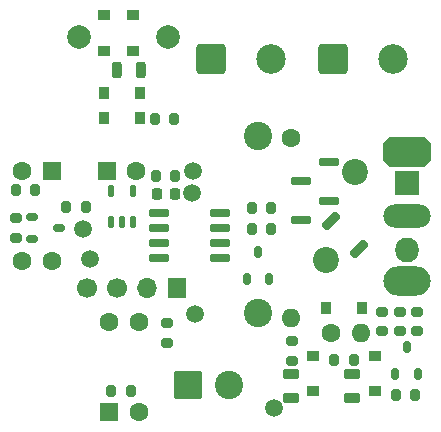
<source format=gbr>
%TF.GenerationSoftware,KiCad,Pcbnew,9.0.2-9.0.2-0~ubuntu24.04.1*%
%TF.CreationDate,2025-05-26T21:32:44+03:00*%
%TF.ProjectId,PCutSpeedCTRL,50437574-5370-4656-9564-4354524c2e6b,V01*%
%TF.SameCoordinates,PX5f5e100PY5f5e100*%
%TF.FileFunction,Soldermask,Bot*%
%TF.FilePolarity,Negative*%
%FSLAX46Y46*%
G04 Gerber Fmt 4.6, Leading zero omitted, Abs format (unit mm)*
G04 Created by KiCad (PCBNEW 9.0.2-9.0.2-0~ubuntu24.04.1) date 2025-05-26 21:32:44*
%MOMM*%
%LPD*%
G01*
G04 APERTURE LIST*
G04 Aperture macros list*
%AMRoundRect*
0 Rectangle with rounded corners*
0 $1 Rounding radius*
0 $2 $3 $4 $5 $6 $7 $8 $9 X,Y pos of 4 corners*
0 Add a 4 corners polygon primitive as box body*
4,1,4,$2,$3,$4,$5,$6,$7,$8,$9,$2,$3,0*
0 Add four circle primitives for the rounded corners*
1,1,$1+$1,$2,$3*
1,1,$1+$1,$4,$5*
1,1,$1+$1,$6,$7*
1,1,$1+$1,$8,$9*
0 Add four rect primitives between the rounded corners*
20,1,$1+$1,$2,$3,$4,$5,0*
20,1,$1+$1,$4,$5,$6,$7,0*
20,1,$1+$1,$6,$7,$8,$9,0*
20,1,$1+$1,$8,$9,$2,$3,0*%
%AMOutline5P*
0 Free polygon, 5 corners , with rotation*
0 The origin of the aperture is its center*
0 number of corners: always 5*
0 $1 to $10 corner X, Y*
0 $11 Rotation angle, in degrees counterclockwise*
0 create outline with 5 corners*
4,1,5,$1,$2,$3,$4,$5,$6,$7,$8,$9,$10,$1,$2,$11*%
%AMOutline6P*
0 Free polygon, 6 corners , with rotation*
0 The origin of the aperture is its center*
0 number of corners: always 6*
0 $1 to $12 corner X, Y*
0 $13 Rotation angle, in degrees counterclockwise*
0 create outline with 6 corners*
4,1,6,$1,$2,$3,$4,$5,$6,$7,$8,$9,$10,$11,$12,$1,$2,$13*%
%AMOutline7P*
0 Free polygon, 7 corners , with rotation*
0 The origin of the aperture is its center*
0 number of corners: always 7*
0 $1 to $14 corner X, Y*
0 $15 Rotation angle, in degrees counterclockwise*
0 create outline with 7 corners*
4,1,7,$1,$2,$3,$4,$5,$6,$7,$8,$9,$10,$11,$12,$13,$14,$1,$2,$15*%
%AMOutline8P*
0 Free polygon, 8 corners , with rotation*
0 The origin of the aperture is its center*
0 number of corners: always 8*
0 $1 to $16 corner X, Y*
0 $17 Rotation angle, in degrees counterclockwise*
0 create outline with 8 corners*
4,1,8,$1,$2,$3,$4,$5,$6,$7,$8,$9,$10,$11,$12,$13,$14,$15,$16,$1,$2,$17*%
G04 Aperture macros list end*
%ADD10RoundRect,0.250000X-0.550000X0.550000X-0.550000X-0.550000X0.550000X-0.550000X0.550000X0.550000X0*%
%ADD11C,1.600000*%
%ADD12Outline8P,-1.250000X1.500000X-0.750000X2.000000X0.750000X2.000000X1.250000X1.500000X1.250000X-1.500000X0.750000X-2.000000X-0.750000X-2.000000X-1.250000X-1.500000X270.000000*%
%ADD13R,2.000000X2.100000*%
%ADD14O,4.000000X2.000000*%
%ADD15O,2.000000X2.100000*%
%ADD16O,4.000000X2.500000*%
%ADD17C,2.200000*%
%ADD18R,1.600000X1.700000*%
%ADD19O,1.700000X1.700000*%
%ADD20C,1.700000*%
%ADD21RoundRect,0.250000X0.550000X-0.550000X0.550000X0.550000X-0.550000X0.550000X-0.550000X-0.550000X0*%
%ADD22RoundRect,0.250001X-0.949999X-0.949999X0.949999X-0.949999X0.949999X0.949999X-0.949999X0.949999X0*%
%ADD23C,2.400000*%
%ADD24RoundRect,0.250000X-1.000000X-1.000000X1.000000X-1.000000X1.000000X1.000000X-1.000000X1.000000X0*%
%ADD25C,2.500000*%
%ADD26O,1.600000X1.600000*%
%ADD27R,1.600000X1.600000*%
%ADD28C,2.000000*%
%ADD29RoundRect,0.204545X-0.245455X-0.345455X0.245455X-0.345455X0.245455X0.345455X-0.245455X0.345455X0*%
%ADD30RoundRect,0.225000X0.225000X0.250000X-0.225000X0.250000X-0.225000X-0.250000X0.225000X-0.250000X0*%
%ADD31RoundRect,0.200000X0.200000X0.275000X-0.200000X0.275000X-0.200000X-0.275000X0.200000X-0.275000X0*%
%ADD32RoundRect,0.204545X0.345455X-0.245455X0.345455X0.245455X-0.345455X0.245455X-0.345455X-0.245455X0*%
%ADD33RoundRect,0.166667X-0.648181X-0.353553X-0.353553X-0.648181X0.648181X0.353553X0.353553X0.648181X0*%
%ADD34RoundRect,0.200000X-0.200000X-0.275000X0.200000X-0.275000X0.200000X0.275000X-0.200000X0.275000X0*%
%ADD35RoundRect,0.204545X-0.345455X0.245455X-0.345455X-0.245455X0.345455X-0.245455X0.345455X0.245455X0*%
%ADD36RoundRect,0.195122X0.204878X0.504878X-0.204878X0.504878X-0.204878X-0.504878X0.204878X-0.504878X0*%
%ADD37RoundRect,0.200000X0.275000X-0.200000X0.275000X0.200000X-0.275000X0.200000X-0.275000X-0.200000X0*%
%ADD38RoundRect,0.200000X-0.275000X0.200000X-0.275000X-0.200000X0.275000X-0.200000X0.275000X0.200000X0*%
%ADD39RoundRect,0.200000X-0.500000X0.200000X-0.500000X-0.200000X0.500000X-0.200000X0.500000X0.200000X0*%
%ADD40RoundRect,0.166667X-0.708333X0.208333X-0.708333X-0.208333X0.708333X-0.208333X0.708333X0.208333X0*%
%ADD41RoundRect,0.137500X-0.137500X0.362500X-0.137500X-0.362500X0.137500X-0.362500X0.137500X0.362500X0*%
%ADD42RoundRect,0.150000X-0.150000X0.350000X-0.150000X-0.350000X0.150000X-0.350000X0.150000X0.350000X0*%
%ADD43RoundRect,0.150000X0.725000X0.150000X-0.725000X0.150000X-0.725000X-0.150000X0.725000X-0.150000X0*%
%ADD44RoundRect,0.204545X0.245455X0.345455X-0.245455X0.345455X-0.245455X-0.345455X0.245455X-0.345455X0*%
%ADD45RoundRect,0.200000X0.500000X-0.200000X0.500000X0.200000X-0.500000X0.200000X-0.500000X-0.200000X0*%
%ADD46RoundRect,0.150000X0.350000X0.150000X-0.350000X0.150000X-0.350000X-0.150000X0.350000X-0.150000X0*%
%ADD47C,1.500000*%
G04 APERTURE END LIST*
D10*
%TO.C,U1*%
X-17460000Y3800000D03*
D11*
X-20000000Y3800000D03*
X-20000000Y-3820000D03*
X-17460000Y-3820000D03*
%TD*%
D12*
%TO.C,Q1*%
X12600000Y5450000D03*
D13*
X12600000Y2840000D03*
D14*
X12600000Y0D03*
D15*
X12600000Y-2840000D03*
D16*
X12600000Y-5450000D03*
%TD*%
D17*
%TO.C,RV1*%
X5800000Y-3750000D03*
X8200000Y3750000D03*
%TD*%
D18*
%TO.C,J3*%
X-6860000Y-6100000D03*
D19*
X-9400000Y-6100000D03*
D20*
X-11940000Y-6100000D03*
X-14480000Y-6100000D03*
%TD*%
D21*
%TO.C,U2*%
X-12600000Y-16600000D03*
D11*
X-10060000Y-16600000D03*
X-10060000Y-8980000D03*
X-12600000Y-8980000D03*
%TD*%
D22*
%TO.C,J4*%
X-5900000Y-14300000D03*
D23*
X-2400000Y-14300000D03*
%TD*%
D24*
%TO.C,J1*%
X-4000000Y13332500D03*
D25*
X1080000Y13332500D03*
%TD*%
D11*
%TO.C,R1*%
X2800000Y6600000D03*
D26*
X2800000Y-8640000D03*
%TD*%
D23*
%TO.C,C3*%
X0Y6800000D03*
X0Y-8200000D03*
%TD*%
D27*
%TO.C,C2*%
X-12800000Y3800000D03*
D11*
X-10300000Y3800000D03*
%TD*%
%TO.C,R2*%
X6200000Y-9900000D03*
D26*
X8740000Y-9900000D03*
%TD*%
D24*
%TO.C,J2*%
X6400000Y13332500D03*
D25*
X11480000Y13332500D03*
%TD*%
D28*
%TO.C,C1*%
X-7600000Y15200000D03*
X-15100000Y15200000D03*
%TD*%
D29*
%TO.C,D7*%
X-10000000Y10400000D03*
X-13000000Y10400000D03*
%TD*%
D30*
%TO.C,C6*%
X-8575000Y1900000D03*
X-7025000Y1900000D03*
%TD*%
D31*
%TO.C,C9*%
X-16225000Y800000D03*
X-14575000Y800000D03*
%TD*%
D32*
%TO.C,D2*%
X-13046990Y17000000D03*
X-13046990Y14000000D03*
%TD*%
D33*
%TO.C,C8*%
X8566726Y-2766726D03*
X6233274Y-433274D03*
%TD*%
D34*
%TO.C,R14*%
X-18825000Y2250000D03*
X-20475000Y2250000D03*
%TD*%
D35*
%TO.C,D1*%
X-10600000Y14000000D03*
X-10600000Y17000000D03*
%TD*%
D36*
%TO.C,C4*%
X-11900000Y12400000D03*
X-9900000Y12400000D03*
%TD*%
D34*
%TO.C,R7*%
X1125000Y700000D03*
X-525000Y700000D03*
%TD*%
D29*
%TO.C,D4*%
X8800000Y-7800000D03*
X5800000Y-7800000D03*
%TD*%
D37*
%TO.C,R11*%
X2900000Y-10575000D03*
X2900000Y-12225000D03*
%TD*%
D38*
%TO.C,R13*%
X-20462500Y-1825000D03*
X-20462500Y-175000D03*
%TD*%
D32*
%TO.C,D5*%
X4700000Y-11800000D03*
X4700000Y-14800000D03*
%TD*%
%TO.C,D3*%
X9900000Y-11800000D03*
X9900000Y-14800000D03*
%TD*%
D31*
%TO.C,R12*%
X6475000Y-12200000D03*
X8125000Y-12200000D03*
%TD*%
D37*
%TO.C,R6*%
X-7700000Y-9075000D03*
X-7700000Y-10725000D03*
%TD*%
D39*
%TO.C,D9*%
X8000000Y-15400000D03*
X8000000Y-13400000D03*
%TD*%
D34*
%TO.C,R16*%
X-10775000Y-14800000D03*
X-12425000Y-14800000D03*
%TD*%
D31*
%TO.C,R15*%
X11675000Y-15100000D03*
X13325000Y-15100000D03*
%TD*%
D40*
%TO.C,R5*%
X3700000Y-350000D03*
X3700000Y2950000D03*
%TD*%
%TO.C,R4*%
X6000000Y1250000D03*
X6000000Y4550000D03*
%TD*%
D38*
%TO.C,R3*%
X12000000Y-9725000D03*
X12000000Y-8075000D03*
%TD*%
D41*
%TO.C,U5*%
X-10550000Y-500000D03*
X-11500000Y-500000D03*
X-12450000Y-500000D03*
X-12450000Y2100000D03*
X-10550000Y2100000D03*
%TD*%
D42*
%TO.C,Q2*%
X13550000Y-13337500D03*
X11650000Y-13337500D03*
X12600000Y-11062500D03*
%TD*%
D43*
%TO.C,U3*%
X-8375000Y-3505000D03*
X-8375000Y-2235000D03*
X-8375000Y-965000D03*
X-8375000Y305000D03*
X-3225000Y305000D03*
X-3225000Y-965000D03*
X-3225000Y-2235000D03*
X-3225000Y-3505000D03*
%TD*%
D42*
%TO.C,U4*%
X950000Y-5337500D03*
X-950000Y-5337500D03*
X0Y-3062500D03*
%TD*%
D38*
%TO.C,R10*%
X13500000Y-9725000D03*
X13500000Y-8075000D03*
%TD*%
D44*
%TO.C,D6*%
X-13000000Y8300000D03*
X-10000000Y8300000D03*
%TD*%
D31*
%TO.C,C5*%
X-8625000Y3400000D03*
X-6975000Y3400000D03*
%TD*%
%TO.C,R8*%
X-525000Y-1100000D03*
X1125000Y-1100000D03*
%TD*%
D34*
%TO.C,R9*%
X-7075000Y8200000D03*
X-8725000Y8200000D03*
%TD*%
D45*
%TO.C,D8*%
X2800000Y-13400000D03*
X2800000Y-15400000D03*
%TD*%
D37*
%TO.C,C7*%
X10500000Y-8075000D03*
X10500000Y-9725000D03*
%TD*%
D46*
%TO.C,Q3*%
X-19137500Y-1950000D03*
X-19137500Y-50000D03*
X-16862500Y-1000000D03*
%TD*%
D47*
X-5500000Y3800000D03*
X-14800000Y-1100000D03*
X-5535000Y1989849D03*
X-14200000Y-3600000D03*
X-5294546Y-8305453D03*
X1400000Y-16200000D03*
M02*

</source>
